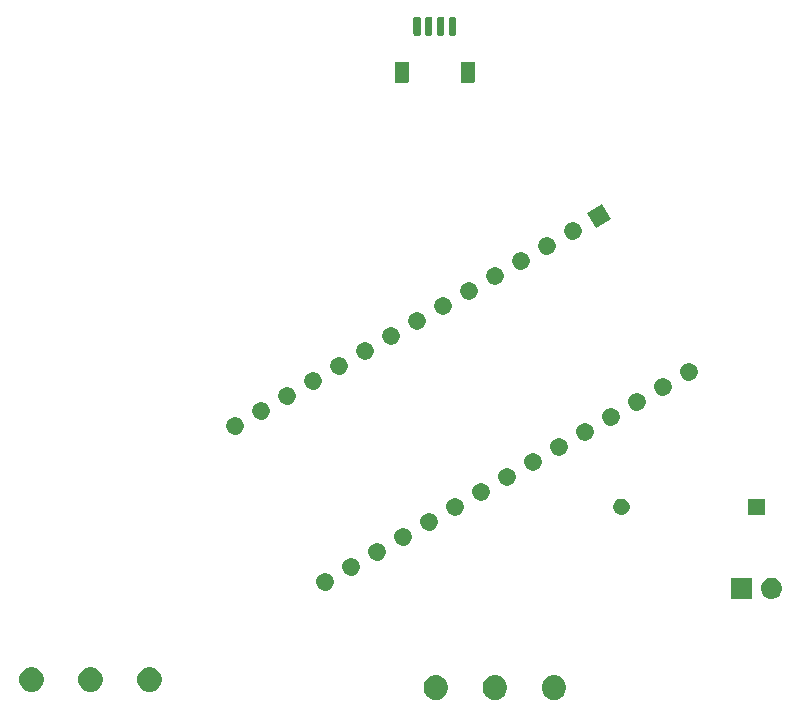
<source format=gbr>
%TF.GenerationSoftware,Flux,Pcbnew,9.0.6-9.0.6~ubuntu22.04.1*%
%TF.CreationDate,2026-01-08T03:09:02+00:00*%
%TF.ProjectId,input,696e7075-742e-46b6-9963-61645f706362,rev?*%
%TF.SameCoordinates,Original*%
%TF.FileFunction,Soldermask,Bot*%
%TF.FilePolarity,Negative*%
%FSLAX46Y46*%
G04 Gerber Fmt 4.6, Leading zero omitted, Abs format (unit mm)*
G04 Filename: pegjumpinggamepcb-179b*
G04 Build it with Flux! Visit our site at: https://www.flux.ai (PCBNEW 9.0.6-9.0.6~ubuntu22.04.1) date 2026-01-08 03:09:02*
%MOMM*%
%LPD*%
G01*
G04 APERTURE LIST*
%ADD10C,0.000000*%
G04 APERTURE END LIST*
D10*
%TO.C,*%
G36*
X496909715Y-190496208D02*
G01*
X497113185Y-190613682D01*
X497279318Y-190779815D01*
X497396792Y-190983285D01*
X497457600Y-191210226D01*
X497457600Y-191445174D01*
X497396792Y-191672115D01*
X497279318Y-191875585D01*
X497113185Y-192041718D01*
X496909715Y-192159192D01*
X496682774Y-192220000D01*
X496447826Y-192220000D01*
X496220885Y-192159192D01*
X496017415Y-192041718D01*
X495851282Y-191875585D01*
X495733808Y-191672115D01*
X495673000Y-191445174D01*
X495673000Y-191210226D01*
X495733808Y-190983285D01*
X495851282Y-190779815D01*
X496017415Y-190613682D01*
X496220885Y-190496208D01*
X496447826Y-190435400D01*
X496682774Y-190435400D01*
X496909715Y-190496208D01*
G37*
G36*
X494925300Y-192227700D02*
G01*
X493125300Y-192227700D01*
X493125300Y-190427700D01*
X494925300Y-190427700D01*
X494925300Y-192227700D01*
G37*
G36*
X483001265Y-160080516D02*
G01*
X481681441Y-160842514D01*
X480919443Y-159522690D01*
X482239267Y-158760692D01*
X483001265Y-160080516D01*
G37*
G36*
X455855484Y-174337569D02*
G01*
X456027755Y-174437031D01*
X456168414Y-174577690D01*
X456267874Y-174749961D01*
X456319359Y-174942105D01*
X456319359Y-175141027D01*
X456267874Y-175333171D01*
X456168412Y-175505442D01*
X456027753Y-175646101D01*
X455855481Y-175745562D01*
X455663338Y-175797046D01*
X455464416Y-175797046D01*
X455272272Y-175745561D01*
X455100001Y-175646100D01*
X454959342Y-175505441D01*
X454859881Y-175333169D01*
X454808397Y-175141025D01*
X454808397Y-174942103D01*
X454859882Y-174749959D01*
X454959343Y-174577688D01*
X455100002Y-174437029D01*
X455272274Y-174337569D01*
X455464418Y-174286084D01*
X455663340Y-174286084D01*
X455855484Y-174337569D01*
G37*
G36*
X461275758Y-188805804D02*
G01*
X461448030Y-188905266D01*
X461588688Y-189045925D01*
X461688149Y-189218196D01*
X461739634Y-189410340D01*
X461739633Y-189609262D01*
X461688148Y-189801406D01*
X461588687Y-189973677D01*
X461448028Y-190114336D01*
X461275756Y-190213797D01*
X461083612Y-190265281D01*
X460884690Y-190265281D01*
X460692547Y-190213796D01*
X460520275Y-190114335D01*
X460379617Y-189973676D01*
X460280156Y-189801404D01*
X460228671Y-189609260D01*
X460228672Y-189410338D01*
X460280157Y-189218194D01*
X460379618Y-189045923D01*
X460520277Y-188905264D01*
X460692549Y-188805804D01*
X460884693Y-188754319D01*
X461083615Y-188754319D01*
X461275758Y-188805804D01*
G37*
G36*
X465483027Y-186214326D02*
G01*
X465675171Y-186265811D01*
X465847442Y-186365272D01*
X465988101Y-186505931D01*
X466087562Y-186678203D01*
X466139046Y-186870347D01*
X466139046Y-187069268D01*
X466087561Y-187261412D01*
X465988100Y-187433684D01*
X465847441Y-187574342D01*
X465675169Y-187673803D01*
X465483025Y-187725288D01*
X465284103Y-187725287D01*
X465091959Y-187673802D01*
X464919688Y-187574341D01*
X464779029Y-187433682D01*
X464679569Y-187261410D01*
X464628084Y-187069266D01*
X464628084Y-186870344D01*
X464679569Y-186678201D01*
X464779031Y-186505929D01*
X464919690Y-186365271D01*
X465091961Y-186265810D01*
X465284105Y-186214325D01*
X465483027Y-186214326D01*
G37*
G36*
X462454603Y-170527579D02*
G01*
X462626874Y-170627040D01*
X462767533Y-170767699D01*
X462866993Y-170939971D01*
X462918478Y-171132115D01*
X462918478Y-171331037D01*
X462866993Y-171523180D01*
X462767531Y-171695452D01*
X462626872Y-171836111D01*
X462454601Y-171935571D01*
X462262457Y-171987056D01*
X462063535Y-171987056D01*
X461871391Y-171935570D01*
X461699120Y-171836109D01*
X461558461Y-171695450D01*
X461459000Y-171523178D01*
X461407516Y-171331035D01*
X461407516Y-171132113D01*
X461459001Y-170939969D01*
X461558462Y-170767698D01*
X461699121Y-170627039D01*
X461871393Y-170527578D01*
X462063537Y-170476094D01*
X462262459Y-170476094D01*
X462454603Y-170527579D01*
G37*
G36*
X459076052Y-190075801D02*
G01*
X459248323Y-190175262D01*
X459388982Y-190315922D01*
X459488443Y-190488193D01*
X459539927Y-190680337D01*
X459539927Y-190879259D01*
X459488442Y-191071403D01*
X459388981Y-191243674D01*
X459248322Y-191384333D01*
X459076050Y-191483794D01*
X458883906Y-191535278D01*
X458684984Y-191535278D01*
X458492840Y-191483793D01*
X458320569Y-191384332D01*
X458179910Y-191243672D01*
X458080450Y-191071401D01*
X458028965Y-190879257D01*
X458028965Y-190680335D01*
X458080450Y-190488191D01*
X458179912Y-190315920D01*
X458320571Y-190175261D01*
X458492842Y-190075800D01*
X458684986Y-190024316D01*
X458883908Y-190024316D01*
X459076052Y-190075801D01*
G37*
G36*
X466854015Y-167987585D02*
G01*
X467026287Y-168087046D01*
X467166945Y-168227706D01*
X467266406Y-168399977D01*
X467317891Y-168592121D01*
X467317890Y-168791043D01*
X467266405Y-168983187D01*
X467166944Y-169155458D01*
X467026285Y-169296117D01*
X466854013Y-169395578D01*
X466661869Y-169447062D01*
X466462947Y-169447062D01*
X466270804Y-169395577D01*
X466098532Y-169296116D01*
X465957874Y-169155456D01*
X465858413Y-168983185D01*
X465806928Y-168791041D01*
X465806929Y-168592119D01*
X465858414Y-168399975D01*
X465957875Y-168227704D01*
X466098534Y-168087045D01*
X466270806Y-167987584D01*
X466462950Y-167936100D01*
X466661871Y-167936100D01*
X466854015Y-167987585D01*
G37*
G36*
X460062752Y-171746091D02*
G01*
X460254896Y-171797576D01*
X460427167Y-171897037D01*
X460567826Y-172037696D01*
X460667287Y-172209968D01*
X460718772Y-172402112D01*
X460718771Y-172601034D01*
X460667286Y-172793177D01*
X460567825Y-172965449D01*
X460427166Y-173106107D01*
X460254894Y-173205568D01*
X460062750Y-173257053D01*
X459863828Y-173257052D01*
X459671685Y-173205567D01*
X459499413Y-173106106D01*
X459358755Y-172965447D01*
X459259294Y-172793175D01*
X459207809Y-172601031D01*
X459207810Y-172402110D01*
X459259295Y-172209966D01*
X459358756Y-172037694D01*
X459499415Y-171897036D01*
X459671687Y-171797575D01*
X459863831Y-171746090D01*
X460062752Y-171746091D01*
G37*
G36*
X469053722Y-166717588D02*
G01*
X469225993Y-166817050D01*
X469366652Y-166957709D01*
X469466112Y-167129980D01*
X469517597Y-167322124D01*
X469517597Y-167521046D01*
X469466112Y-167713190D01*
X469366650Y-167885461D01*
X469225991Y-168026120D01*
X469053720Y-168125581D01*
X468861576Y-168177065D01*
X468662654Y-168177065D01*
X468470510Y-168125580D01*
X468298239Y-168026119D01*
X468157580Y-167885459D01*
X468058119Y-167713188D01*
X468006635Y-167521044D01*
X468006635Y-167322122D01*
X468058120Y-167129978D01*
X468157581Y-166957707D01*
X468298240Y-166817048D01*
X468470512Y-166717588D01*
X468662656Y-166666103D01*
X468861578Y-166666103D01*
X469053722Y-166717588D01*
G37*
G36*
X485472528Y-174835839D02*
G01*
X485644799Y-174935300D01*
X485785458Y-175075959D01*
X485884919Y-175248231D01*
X485936403Y-175440375D01*
X485936403Y-175639297D01*
X485884918Y-175831441D01*
X485785457Y-176003712D01*
X485644798Y-176144371D01*
X485472526Y-176243831D01*
X485280382Y-176295316D01*
X485081460Y-176295316D01*
X484889316Y-176243831D01*
X484717045Y-176144369D01*
X484576386Y-176003710D01*
X484476926Y-175831439D01*
X484425441Y-175639295D01*
X484425441Y-175440373D01*
X484476926Y-175248229D01*
X484576388Y-175075958D01*
X484717047Y-174935299D01*
X484889319Y-174835838D01*
X485081462Y-174784354D01*
X485280384Y-174784354D01*
X485472528Y-174835839D01*
G37*
G36*
X464654309Y-169257582D02*
G01*
X464826580Y-169357043D01*
X464967239Y-169497702D01*
X465066700Y-169669974D01*
X465118184Y-169862118D01*
X465118184Y-170061040D01*
X465066699Y-170253184D01*
X464967238Y-170425455D01*
X464826578Y-170566114D01*
X464654307Y-170665574D01*
X464462163Y-170717059D01*
X464263241Y-170717059D01*
X464071097Y-170665574D01*
X463898826Y-170566112D01*
X463758167Y-170425453D01*
X463658706Y-170253182D01*
X463607222Y-170061038D01*
X463607222Y-169862116D01*
X463658707Y-169669972D01*
X463758169Y-169497701D01*
X463898828Y-169357042D01*
X464071099Y-169257581D01*
X464263243Y-169206097D01*
X464462165Y-169206097D01*
X464654309Y-169257582D01*
G37*
G36*
X480052253Y-160367604D02*
G01*
X480224525Y-160467065D01*
X480365183Y-160607724D01*
X480464644Y-160779996D01*
X480516129Y-160972140D01*
X480516128Y-161171062D01*
X480464643Y-161363206D01*
X480365182Y-161535477D01*
X480224523Y-161676136D01*
X480052251Y-161775596D01*
X479860107Y-161827081D01*
X479661185Y-161827081D01*
X479469042Y-161775596D01*
X479296770Y-161676134D01*
X479156112Y-161535475D01*
X479056651Y-161363204D01*
X479005166Y-161171060D01*
X479005167Y-160972138D01*
X479056652Y-160779994D01*
X479156113Y-160607723D01*
X479296772Y-160467064D01*
X479469044Y-160367603D01*
X479661188Y-160316119D01*
X479860110Y-160316119D01*
X480052253Y-160367604D01*
G37*
G36*
X473260990Y-164126110D02*
G01*
X473453134Y-164177595D01*
X473625406Y-164277056D01*
X473766064Y-164417715D01*
X473865525Y-164589987D01*
X473917010Y-164782131D01*
X473917009Y-164981052D01*
X473865524Y-165173196D01*
X473766063Y-165345467D01*
X473625404Y-165486126D01*
X473453132Y-165585587D01*
X473260988Y-165637072D01*
X473062066Y-165637071D01*
X472869923Y-165585586D01*
X472697651Y-165486125D01*
X472556993Y-165345466D01*
X472457532Y-165173194D01*
X472406047Y-164981050D01*
X472406048Y-164782128D01*
X472457533Y-164589985D01*
X472556994Y-164417713D01*
X472697653Y-164277055D01*
X472869925Y-164177594D01*
X473062069Y-164126109D01*
X473260990Y-164126110D01*
G37*
G36*
X489871941Y-172295845D02*
G01*
X490044212Y-172395306D01*
X490184871Y-172535966D01*
X490284332Y-172708237D01*
X490335816Y-172900381D01*
X490335816Y-173099303D01*
X490284331Y-173291447D01*
X490184870Y-173463718D01*
X490044210Y-173604377D01*
X489871939Y-173703838D01*
X489679795Y-173755322D01*
X489480873Y-173755322D01*
X489288729Y-173703837D01*
X489116458Y-173604376D01*
X488975799Y-173463716D01*
X488876338Y-173291445D01*
X488824854Y-173099301D01*
X488824854Y-172900379D01*
X488876339Y-172708235D01*
X488975800Y-172535964D01*
X489116460Y-172395305D01*
X489288731Y-172295844D01*
X489480875Y-172244360D01*
X489679797Y-172244360D01*
X489871941Y-172295845D01*
G37*
G36*
X453655777Y-175607566D02*
G01*
X453828048Y-175707028D01*
X453968707Y-175847687D01*
X454068168Y-176019958D01*
X454119653Y-176212102D01*
X454119652Y-176411024D01*
X454068167Y-176603168D01*
X453968706Y-176775439D01*
X453828047Y-176916098D01*
X453655775Y-177015559D01*
X453463631Y-177067043D01*
X453264709Y-177067043D01*
X453072566Y-177015558D01*
X452900294Y-176916097D01*
X452759635Y-176775437D01*
X452660175Y-176603166D01*
X452608690Y-176411022D01*
X452608691Y-176212100D01*
X452660176Y-176019956D01*
X452759637Y-175847685D01*
X452900296Y-175707026D01*
X453072568Y-175607565D01*
X453264712Y-175556081D01*
X453463633Y-175556081D01*
X453655777Y-175607566D01*
G37*
G36*
X487672234Y-173565842D02*
G01*
X487844506Y-173665303D01*
X487985165Y-173805963D01*
X488084625Y-173978234D01*
X488136110Y-174170378D01*
X488136109Y-174369300D01*
X488084624Y-174561444D01*
X487985163Y-174733715D01*
X487844504Y-174874374D01*
X487672232Y-174973835D01*
X487480088Y-175025319D01*
X487281167Y-175025319D01*
X487089023Y-174973834D01*
X486916752Y-174874372D01*
X486776093Y-174733713D01*
X486676632Y-174561442D01*
X486625147Y-174369298D01*
X486625148Y-174170376D01*
X486676633Y-173978232D01*
X486776094Y-173805961D01*
X486916753Y-173665302D01*
X487089025Y-173565841D01*
X487281169Y-173514357D01*
X487480091Y-173514357D01*
X487672234Y-173565842D01*
G37*
G36*
X457863046Y-173016088D02*
G01*
X458055190Y-173067573D01*
X458227461Y-173167034D01*
X458368120Y-173307693D01*
X458467581Y-173479965D01*
X458519065Y-173672109D01*
X458519065Y-173871030D01*
X458467580Y-174063174D01*
X458368119Y-174235445D01*
X458227459Y-174376104D01*
X458055188Y-174475565D01*
X457863044Y-174527050D01*
X457664122Y-174527049D01*
X457471978Y-174475564D01*
X457299707Y-174376103D01*
X457159048Y-174235444D01*
X457059587Y-174063172D01*
X457008103Y-173871028D01*
X457008103Y-173672106D01*
X457059588Y-173479963D01*
X457159049Y-173307691D01*
X457299709Y-173167032D01*
X457471980Y-173067572D01*
X457664124Y-173016087D01*
X457863046Y-173016088D01*
G37*
G36*
X483080678Y-176054351D02*
G01*
X483272822Y-176105836D01*
X483445093Y-176205297D01*
X483585752Y-176345956D01*
X483685213Y-176518228D01*
X483736697Y-176710372D01*
X483736697Y-176909294D01*
X483685212Y-177101437D01*
X483585751Y-177273709D01*
X483445091Y-177414368D01*
X483272820Y-177513828D01*
X483080676Y-177565313D01*
X482881754Y-177565312D01*
X482689610Y-177513827D01*
X482517339Y-177414366D01*
X482376680Y-177273707D01*
X482277219Y-177101435D01*
X482225735Y-176909291D01*
X482225735Y-176710370D01*
X482277220Y-176518226D01*
X482376681Y-176345955D01*
X482517341Y-176205296D01*
X482689612Y-176105835D01*
X482881756Y-176054350D01*
X483080678Y-176054351D01*
G37*
G36*
X474473996Y-181185823D02*
G01*
X474646268Y-181285284D01*
X474786926Y-181425944D01*
X474886387Y-181598215D01*
X474937872Y-181790359D01*
X474937871Y-181989281D01*
X474886386Y-182181425D01*
X474786925Y-182353696D01*
X474646266Y-182494355D01*
X474473994Y-182593816D01*
X474281850Y-182645300D01*
X474082929Y-182645300D01*
X473890785Y-182593815D01*
X473718513Y-182494354D01*
X473577855Y-182353694D01*
X473478394Y-182181423D01*
X473426909Y-181989279D01*
X473426910Y-181790357D01*
X473478395Y-181598213D01*
X473577856Y-181425942D01*
X473718515Y-181285283D01*
X473890787Y-181185822D01*
X474082931Y-181134338D01*
X474281853Y-181134338D01*
X474473996Y-181185823D01*
G37*
G36*
X451456071Y-176877563D02*
G01*
X451628342Y-176977024D01*
X451769001Y-177117684D01*
X451868462Y-177289955D01*
X451919946Y-177482099D01*
X451919946Y-177681021D01*
X451868461Y-177873165D01*
X451769000Y-178045436D01*
X451628340Y-178186095D01*
X451456069Y-178285556D01*
X451263925Y-178337040D01*
X451065003Y-178337040D01*
X450872859Y-178285555D01*
X450700588Y-178186094D01*
X450559929Y-178045434D01*
X450460468Y-177873163D01*
X450408984Y-177681019D01*
X450408984Y-177482097D01*
X450460469Y-177289953D01*
X450559930Y-177117682D01*
X450700590Y-176977023D01*
X450872861Y-176877562D01*
X451065005Y-176826078D01*
X451263927Y-176826078D01*
X451456071Y-176877563D01*
G37*
G36*
X471253428Y-165447591D02*
G01*
X471425699Y-165547053D01*
X471566358Y-165687712D01*
X471665819Y-165859983D01*
X471717303Y-166052127D01*
X471717303Y-166251049D01*
X471665818Y-166443193D01*
X471566357Y-166615464D01*
X471425697Y-166756123D01*
X471253426Y-166855584D01*
X471061282Y-166907068D01*
X470862360Y-166907068D01*
X470670216Y-166855583D01*
X470497945Y-166756122D01*
X470357286Y-166615463D01*
X470257825Y-166443191D01*
X470206341Y-166251047D01*
X470206341Y-166052125D01*
X470257826Y-165859981D01*
X470357288Y-165687710D01*
X470497947Y-165547051D01*
X470670218Y-165447591D01*
X470862362Y-165396106D01*
X471061284Y-165396106D01*
X471253428Y-165447591D01*
G37*
G36*
X477852547Y-161637601D02*
G01*
X478024818Y-161737062D01*
X478165477Y-161877721D01*
X478264938Y-162049993D01*
X478316422Y-162242137D01*
X478316422Y-162441059D01*
X478264937Y-162633202D01*
X478165476Y-162805474D01*
X478024816Y-162946133D01*
X477852545Y-163045593D01*
X477660401Y-163097078D01*
X477461479Y-163097078D01*
X477269335Y-163045592D01*
X477097064Y-162946131D01*
X476956405Y-162805472D01*
X476856945Y-162633200D01*
X476805460Y-162441057D01*
X476805460Y-162242135D01*
X476856945Y-162049991D01*
X476956407Y-161877720D01*
X477097066Y-161737061D01*
X477269337Y-161637600D01*
X477461481Y-161586116D01*
X477660403Y-161586116D01*
X477852547Y-161637601D01*
G37*
G36*
X475460697Y-162856113D02*
G01*
X475652841Y-162907598D01*
X475825112Y-163007059D01*
X475965771Y-163147718D01*
X476065231Y-163319990D01*
X476116716Y-163512134D01*
X476116716Y-163711056D01*
X476065231Y-163903199D01*
X475965769Y-164075471D01*
X475825110Y-164216129D01*
X475652839Y-164315590D01*
X475460695Y-164367075D01*
X475261773Y-164367074D01*
X475069629Y-164315589D01*
X474897358Y-164216128D01*
X474756699Y-164075469D01*
X474657238Y-163903197D01*
X474605754Y-163711053D01*
X474605754Y-163512132D01*
X474657239Y-163319988D01*
X474756700Y-163147716D01*
X474897359Y-163007058D01*
X475069631Y-162907597D01*
X475261775Y-162856112D01*
X475460697Y-162856113D01*
G37*
G36*
X476673703Y-179915826D02*
G01*
X476845974Y-180015288D01*
X476986633Y-180155947D01*
X477086094Y-180328218D01*
X477137578Y-180520362D01*
X477137578Y-180719284D01*
X477086093Y-180911428D01*
X476986631Y-181083699D01*
X476845972Y-181224358D01*
X476673701Y-181323819D01*
X476481557Y-181375303D01*
X476282635Y-181375303D01*
X476090491Y-181323818D01*
X475918220Y-181224357D01*
X475777561Y-181083698D01*
X475678100Y-180911426D01*
X475626616Y-180719282D01*
X475626616Y-180520360D01*
X475678101Y-180328216D01*
X475777562Y-180155945D01*
X475918222Y-180015286D01*
X476090493Y-179915826D01*
X476282637Y-179864341D01*
X476481559Y-179864341D01*
X476673703Y-179915826D01*
G37*
G36*
X472274290Y-182455820D02*
G01*
X472446561Y-182555281D01*
X472587220Y-182695941D01*
X472686681Y-182868212D01*
X472738165Y-183060356D01*
X472738165Y-183259278D01*
X472686680Y-183451422D01*
X472587219Y-183623693D01*
X472446560Y-183764352D01*
X472274288Y-183863812D01*
X472082144Y-183915297D01*
X471883222Y-183915297D01*
X471691078Y-183863812D01*
X471518807Y-183764350D01*
X471378148Y-183623691D01*
X471278688Y-183451420D01*
X471227203Y-183259276D01*
X471227203Y-183060354D01*
X471278688Y-182868210D01*
X471378150Y-182695939D01*
X471518809Y-182555280D01*
X471691080Y-182455819D01*
X471883224Y-182404335D01*
X472082146Y-182404335D01*
X472274290Y-182455820D01*
G37*
G36*
X478873409Y-178645830D02*
G01*
X479045680Y-178745291D01*
X479186339Y-178885950D01*
X479285800Y-179058222D01*
X479337284Y-179250365D01*
X479337284Y-179449287D01*
X479285799Y-179641431D01*
X479186338Y-179813702D01*
X479045679Y-179954361D01*
X478873407Y-180053822D01*
X478681263Y-180105306D01*
X478482341Y-180105306D01*
X478290197Y-180053821D01*
X478117926Y-179954360D01*
X477977267Y-179813701D01*
X477877807Y-179641429D01*
X477826322Y-179449285D01*
X477826322Y-179250363D01*
X477877807Y-179058220D01*
X477977269Y-178885948D01*
X478117928Y-178745289D01*
X478290199Y-178645829D01*
X478482343Y-178594344D01*
X478681265Y-178594344D01*
X478873409Y-178645830D01*
G37*
G36*
X467682734Y-184944329D02*
G01*
X467874877Y-184995814D01*
X468047149Y-185095275D01*
X468187807Y-185235934D01*
X468287268Y-185408206D01*
X468338753Y-185600350D01*
X468338752Y-185799272D01*
X468287267Y-185991415D01*
X468187806Y-186163687D01*
X468047147Y-186304345D01*
X467874875Y-186403806D01*
X467682731Y-186455291D01*
X467483810Y-186455290D01*
X467291666Y-186403805D01*
X467119394Y-186304344D01*
X466978736Y-186163685D01*
X466879275Y-185991413D01*
X466827790Y-185799269D01*
X466827791Y-185600348D01*
X466879276Y-185408204D01*
X466978737Y-185235933D01*
X467119396Y-185095274D01*
X467291668Y-184995813D01*
X467483812Y-184944328D01*
X467682734Y-184944329D01*
G37*
G36*
X470074584Y-183725817D02*
G01*
X470246855Y-183825278D01*
X470387514Y-183965937D01*
X470486975Y-184138209D01*
X470538459Y-184330353D01*
X470538459Y-184529275D01*
X470486974Y-184721419D01*
X470387512Y-184893690D01*
X470246853Y-185034349D01*
X470074582Y-185133809D01*
X469882438Y-185185294D01*
X469683516Y-185185294D01*
X469491372Y-185133809D01*
X469319101Y-185034347D01*
X469178442Y-184893688D01*
X469078981Y-184721417D01*
X469027497Y-184529273D01*
X469027497Y-184330351D01*
X469078982Y-184138207D01*
X469178443Y-183965936D01*
X469319103Y-183825277D01*
X469491374Y-183725816D01*
X469683518Y-183674332D01*
X469882440Y-183674332D01*
X470074584Y-183725817D01*
G37*
G36*
X463475465Y-187535808D02*
G01*
X463647736Y-187635269D01*
X463788395Y-187775928D01*
X463887855Y-187948200D01*
X463939340Y-188140343D01*
X463939340Y-188339265D01*
X463887855Y-188531409D01*
X463788393Y-188703680D01*
X463647734Y-188844339D01*
X463475463Y-188943800D01*
X463283319Y-188995284D01*
X463084397Y-188995284D01*
X462892253Y-188943799D01*
X462719982Y-188844338D01*
X462579323Y-188703679D01*
X462479862Y-188531407D01*
X462428378Y-188339263D01*
X462428378Y-188140341D01*
X462479863Y-187948198D01*
X462579324Y-187775926D01*
X462719984Y-187635267D01*
X462892255Y-187535807D01*
X463084399Y-187484322D01*
X463283321Y-187484322D01*
X463475465Y-187535808D01*
G37*
G36*
X480880972Y-177324348D02*
G01*
X481073115Y-177375833D01*
X481245387Y-177475294D01*
X481386045Y-177615953D01*
X481485506Y-177788225D01*
X481536991Y-177980369D01*
X481536990Y-178179290D01*
X481485505Y-178371434D01*
X481386044Y-178543706D01*
X481245385Y-178684364D01*
X481073113Y-178783825D01*
X480880969Y-178835310D01*
X480682048Y-178835309D01*
X480489904Y-178783824D01*
X480317633Y-178684363D01*
X480176974Y-178543704D01*
X480077513Y-178371432D01*
X480026028Y-178179288D01*
X480026029Y-177980366D01*
X480077514Y-177788223D01*
X480176975Y-177615951D01*
X480317634Y-177475293D01*
X480489906Y-177375832D01*
X480682050Y-177324347D01*
X480880972Y-177324348D01*
G37*
G36*
X495993802Y-183731302D02*
G01*
X495993798Y-185128302D01*
X494596798Y-185128298D01*
X494596802Y-183731298D01*
X495993802Y-183731302D01*
G37*
G36*
X483956474Y-183737246D02*
G01*
X484132606Y-183784441D01*
X484290521Y-183875613D01*
X484419458Y-184004551D01*
X484510631Y-184162467D01*
X484557824Y-184338599D01*
X484557824Y-184520944D01*
X484510629Y-184697076D01*
X484419456Y-184854991D01*
X484290518Y-184983928D01*
X484132603Y-185075100D01*
X483956471Y-185122294D01*
X483774126Y-185122294D01*
X483597994Y-185075099D01*
X483440079Y-184983926D01*
X483311142Y-184854988D01*
X483219969Y-184697072D01*
X483172776Y-184520940D01*
X483172776Y-184338595D01*
X483219971Y-184162464D01*
X483311144Y-184004548D01*
X483440082Y-183875611D01*
X483597997Y-183784439D01*
X483774129Y-183737245D01*
X483956474Y-183737246D01*
G37*
G36*
X467750002Y-142978162D02*
G01*
X467753800Y-142978349D01*
X467757590Y-142978660D01*
X467761367Y-142979094D01*
X467765128Y-142979652D01*
X467768869Y-142980333D01*
X467772586Y-142981135D01*
X467776275Y-142982059D01*
X467779931Y-142983104D01*
X467783551Y-142984267D01*
X467787131Y-142985548D01*
X467790668Y-142986945D01*
X467794157Y-142988458D01*
X467797594Y-142990083D01*
X467800976Y-142991821D01*
X467804300Y-142993668D01*
X467807561Y-142995623D01*
X467810757Y-142997683D01*
X467813884Y-142999847D01*
X467816938Y-143002112D01*
X467819916Y-143004476D01*
X467822816Y-143006936D01*
X467825633Y-143009490D01*
X467828366Y-143012134D01*
X467831010Y-143014867D01*
X467833564Y-143017684D01*
X467836024Y-143020584D01*
X467838388Y-143023562D01*
X467840653Y-143026616D01*
X467842817Y-143029743D01*
X467844877Y-143032939D01*
X467846832Y-143036200D01*
X467848679Y-143039524D01*
X467850417Y-143042906D01*
X467852042Y-143046343D01*
X467853555Y-143049832D01*
X467854952Y-143053369D01*
X467856233Y-143056949D01*
X467857396Y-143060569D01*
X467858441Y-143064225D01*
X467859365Y-143067914D01*
X467860167Y-143071631D01*
X467860848Y-143075372D01*
X467861406Y-143079133D01*
X467861840Y-143082910D01*
X467862151Y-143086700D01*
X467862338Y-143090498D01*
X467862400Y-143094300D01*
X467862400Y-144411900D01*
X467862338Y-144415702D01*
X467862151Y-144419500D01*
X467861840Y-144423290D01*
X467861406Y-144427067D01*
X467860848Y-144430828D01*
X467860167Y-144434569D01*
X467859365Y-144438286D01*
X467858441Y-144441975D01*
X467857396Y-144445631D01*
X467856233Y-144449251D01*
X467854952Y-144452831D01*
X467853555Y-144456368D01*
X467852042Y-144459857D01*
X467850417Y-144463294D01*
X467848679Y-144466676D01*
X467846832Y-144470000D01*
X467844877Y-144473261D01*
X467842817Y-144476457D01*
X467840653Y-144479584D01*
X467838388Y-144482638D01*
X467836024Y-144485616D01*
X467833564Y-144488516D01*
X467831010Y-144491333D01*
X467828366Y-144494066D01*
X467825633Y-144496710D01*
X467822816Y-144499264D01*
X467819916Y-144501724D01*
X467816938Y-144504088D01*
X467813884Y-144506353D01*
X467810757Y-144508517D01*
X467807561Y-144510577D01*
X467804300Y-144512532D01*
X467800976Y-144514379D01*
X467797594Y-144516117D01*
X467794157Y-144517742D01*
X467790668Y-144519255D01*
X467787131Y-144520652D01*
X467783551Y-144521933D01*
X467779931Y-144523096D01*
X467776275Y-144524141D01*
X467772586Y-144525065D01*
X467768869Y-144525867D01*
X467765128Y-144526548D01*
X467761367Y-144527106D01*
X467757590Y-144527540D01*
X467753800Y-144527851D01*
X467750002Y-144528038D01*
X467746200Y-144528100D01*
X467378600Y-144528100D01*
X467374798Y-144528038D01*
X467371000Y-144527851D01*
X467367210Y-144527540D01*
X467363433Y-144527106D01*
X467359672Y-144526548D01*
X467355931Y-144525867D01*
X467352214Y-144525065D01*
X467348525Y-144524141D01*
X467344869Y-144523096D01*
X467341249Y-144521933D01*
X467337669Y-144520652D01*
X467334132Y-144519255D01*
X467330643Y-144517742D01*
X467327206Y-144516117D01*
X467323824Y-144514379D01*
X467320500Y-144512532D01*
X467317239Y-144510577D01*
X467314043Y-144508517D01*
X467310916Y-144506353D01*
X467307862Y-144504088D01*
X467304884Y-144501724D01*
X467301984Y-144499264D01*
X467299167Y-144496710D01*
X467296434Y-144494066D01*
X467293790Y-144491333D01*
X467291236Y-144488516D01*
X467288776Y-144485616D01*
X467286412Y-144482638D01*
X467284147Y-144479584D01*
X467281983Y-144476457D01*
X467279923Y-144473261D01*
X467277968Y-144470000D01*
X467276121Y-144466676D01*
X467274383Y-144463294D01*
X467272758Y-144459857D01*
X467271245Y-144456368D01*
X467269848Y-144452831D01*
X467268567Y-144449251D01*
X467267404Y-144445631D01*
X467266359Y-144441975D01*
X467265435Y-144438286D01*
X467264633Y-144434569D01*
X467263952Y-144430828D01*
X467263394Y-144427067D01*
X467262960Y-144423290D01*
X467262649Y-144419500D01*
X467262462Y-144415702D01*
X467262400Y-144411900D01*
X467262400Y-143094300D01*
X467262462Y-143090498D01*
X467262649Y-143086700D01*
X467262960Y-143082910D01*
X467263394Y-143079133D01*
X467263952Y-143075372D01*
X467264633Y-143071631D01*
X467265435Y-143067914D01*
X467266359Y-143064225D01*
X467267404Y-143060569D01*
X467268567Y-143056949D01*
X467269848Y-143053369D01*
X467271245Y-143049832D01*
X467272758Y-143046343D01*
X467274383Y-143042906D01*
X467276121Y-143039524D01*
X467277968Y-143036200D01*
X467279923Y-143032939D01*
X467281983Y-143029743D01*
X467284147Y-143026616D01*
X467286412Y-143023562D01*
X467288776Y-143020584D01*
X467291236Y-143017684D01*
X467293790Y-143014867D01*
X467296434Y-143012134D01*
X467299167Y-143009490D01*
X467301984Y-143006936D01*
X467304884Y-143004476D01*
X467307862Y-143002112D01*
X467310916Y-142999847D01*
X467314043Y-142997683D01*
X467317239Y-142995623D01*
X467320500Y-142993668D01*
X467323824Y-142991821D01*
X467327206Y-142990083D01*
X467330643Y-142988458D01*
X467334132Y-142986945D01*
X467337669Y-142985548D01*
X467341249Y-142984267D01*
X467344869Y-142983104D01*
X467348525Y-142982059D01*
X467352214Y-142981135D01*
X467355931Y-142980333D01*
X467359672Y-142979652D01*
X467363433Y-142979094D01*
X467367210Y-142978660D01*
X467371000Y-142978349D01*
X467374798Y-142978162D01*
X467378600Y-142978100D01*
X467746200Y-142978100D01*
X467750002Y-142978162D01*
G37*
G36*
X469750002Y-142978162D02*
G01*
X469753800Y-142978349D01*
X469757590Y-142978660D01*
X469761367Y-142979094D01*
X469765128Y-142979652D01*
X469768869Y-142980333D01*
X469772586Y-142981135D01*
X469776275Y-142982059D01*
X469779931Y-142983104D01*
X469783551Y-142984267D01*
X469787131Y-142985548D01*
X469790668Y-142986945D01*
X469794157Y-142988458D01*
X469797594Y-142990083D01*
X469800976Y-142991821D01*
X469804300Y-142993668D01*
X469807561Y-142995623D01*
X469810757Y-142997683D01*
X469813884Y-142999847D01*
X469816938Y-143002112D01*
X469819916Y-143004476D01*
X469822816Y-143006936D01*
X469825633Y-143009490D01*
X469828366Y-143012134D01*
X469831010Y-143014867D01*
X469833564Y-143017684D01*
X469836024Y-143020584D01*
X469838388Y-143023562D01*
X469840653Y-143026616D01*
X469842817Y-143029743D01*
X469844877Y-143032939D01*
X469846832Y-143036200D01*
X469848679Y-143039524D01*
X469850417Y-143042906D01*
X469852042Y-143046343D01*
X469853555Y-143049832D01*
X469854952Y-143053369D01*
X469856233Y-143056949D01*
X469857396Y-143060569D01*
X469858441Y-143064225D01*
X469859365Y-143067914D01*
X469860167Y-143071631D01*
X469860848Y-143075372D01*
X469861406Y-143079133D01*
X469861840Y-143082910D01*
X469862151Y-143086700D01*
X469862338Y-143090498D01*
X469862400Y-143094300D01*
X469862400Y-144411900D01*
X469862338Y-144415702D01*
X469862151Y-144419500D01*
X469861840Y-144423290D01*
X469861406Y-144427067D01*
X469860848Y-144430828D01*
X469860167Y-144434569D01*
X469859365Y-144438286D01*
X469858441Y-144441975D01*
X469857396Y-144445631D01*
X469856233Y-144449251D01*
X469854952Y-144452831D01*
X469853555Y-144456368D01*
X469852042Y-144459857D01*
X469850417Y-144463294D01*
X469848679Y-144466676D01*
X469846832Y-144470000D01*
X469844877Y-144473261D01*
X469842817Y-144476457D01*
X469840653Y-144479584D01*
X469838388Y-144482638D01*
X469836024Y-144485616D01*
X469833564Y-144488516D01*
X469831010Y-144491333D01*
X469828366Y-144494066D01*
X469825633Y-144496710D01*
X469822816Y-144499264D01*
X469819916Y-144501724D01*
X469816938Y-144504088D01*
X469813884Y-144506353D01*
X469810757Y-144508517D01*
X469807561Y-144510577D01*
X469804300Y-144512532D01*
X469800976Y-144514379D01*
X469797594Y-144516117D01*
X469794157Y-144517742D01*
X469790668Y-144519255D01*
X469787131Y-144520652D01*
X469783551Y-144521933D01*
X469779931Y-144523096D01*
X469776275Y-144524141D01*
X469772586Y-144525065D01*
X469768869Y-144525867D01*
X469765128Y-144526548D01*
X469761367Y-144527106D01*
X469757590Y-144527540D01*
X469753800Y-144527851D01*
X469750002Y-144528038D01*
X469746200Y-144528100D01*
X469378600Y-144528100D01*
X469374798Y-144528038D01*
X469371000Y-144527851D01*
X469367210Y-144527540D01*
X469363433Y-144527106D01*
X469359672Y-144526548D01*
X469355931Y-144525867D01*
X469352214Y-144525065D01*
X469348525Y-144524141D01*
X469344869Y-144523096D01*
X469341249Y-144521933D01*
X469337669Y-144520652D01*
X469334132Y-144519255D01*
X469330643Y-144517742D01*
X469327206Y-144516117D01*
X469323824Y-144514379D01*
X469320500Y-144512532D01*
X469317239Y-144510577D01*
X469314043Y-144508517D01*
X469310916Y-144506353D01*
X469307862Y-144504088D01*
X469304884Y-144501724D01*
X469301984Y-144499264D01*
X469299167Y-144496710D01*
X469296434Y-144494066D01*
X469293790Y-144491333D01*
X469291236Y-144488516D01*
X469288776Y-144485616D01*
X469286412Y-144482638D01*
X469284147Y-144479584D01*
X469281983Y-144476457D01*
X469279923Y-144473261D01*
X469277968Y-144470000D01*
X469276121Y-144466676D01*
X469274383Y-144463294D01*
X469272758Y-144459857D01*
X469271245Y-144456368D01*
X469269848Y-144452831D01*
X469268567Y-144449251D01*
X469267404Y-144445631D01*
X469266359Y-144441975D01*
X469265435Y-144438286D01*
X469264633Y-144434569D01*
X469263952Y-144430828D01*
X469263394Y-144427067D01*
X469262960Y-144423290D01*
X469262649Y-144419500D01*
X469262462Y-144415702D01*
X469262400Y-144411900D01*
X469262400Y-143094300D01*
X469262462Y-143090498D01*
X469262649Y-143086700D01*
X469262960Y-143082910D01*
X469263394Y-143079133D01*
X469263952Y-143075372D01*
X469264633Y-143071631D01*
X469265435Y-143067914D01*
X469266359Y-143064225D01*
X469267404Y-143060569D01*
X469268567Y-143056949D01*
X469269848Y-143053369D01*
X469271245Y-143049832D01*
X469272758Y-143046343D01*
X469274383Y-143042906D01*
X469276121Y-143039524D01*
X469277968Y-143036200D01*
X469279923Y-143032939D01*
X469281983Y-143029743D01*
X469284147Y-143026616D01*
X469286412Y-143023562D01*
X469288776Y-143020584D01*
X469291236Y-143017684D01*
X469293790Y-143014867D01*
X469296434Y-143012134D01*
X469299167Y-143009490D01*
X469301984Y-143006936D01*
X469304884Y-143004476D01*
X469307862Y-143002112D01*
X469310916Y-142999847D01*
X469314043Y-142997683D01*
X469317239Y-142995623D01*
X469320500Y-142993668D01*
X469323824Y-142991821D01*
X469327206Y-142990083D01*
X469330643Y-142988458D01*
X469334132Y-142986945D01*
X469337669Y-142985548D01*
X469341249Y-142984267D01*
X469344869Y-142983104D01*
X469348525Y-142982059D01*
X469352214Y-142981135D01*
X469355931Y-142980333D01*
X469359672Y-142979652D01*
X469363433Y-142979094D01*
X469367210Y-142978660D01*
X469371000Y-142978349D01*
X469374798Y-142978162D01*
X469378600Y-142978100D01*
X469746200Y-142978100D01*
X469750002Y-142978162D01*
G37*
G36*
X466750002Y-142978162D02*
G01*
X466753800Y-142978349D01*
X466757590Y-142978660D01*
X466761367Y-142979094D01*
X466765128Y-142979652D01*
X466768869Y-142980333D01*
X466772586Y-142981135D01*
X466776275Y-142982059D01*
X466779931Y-142983104D01*
X466783551Y-142984267D01*
X466787131Y-142985548D01*
X466790668Y-142986945D01*
X466794157Y-142988458D01*
X466797594Y-142990083D01*
X466800976Y-142991821D01*
X466804300Y-142993668D01*
X466807561Y-142995623D01*
X466810757Y-142997683D01*
X466813884Y-142999847D01*
X466816938Y-143002112D01*
X466819916Y-143004476D01*
X466822816Y-143006936D01*
X466825633Y-143009490D01*
X466828366Y-143012134D01*
X466831010Y-143014867D01*
X466833564Y-143017684D01*
X466836024Y-143020584D01*
X466838388Y-143023562D01*
X466840653Y-143026616D01*
X466842817Y-143029743D01*
X466844877Y-143032939D01*
X466846832Y-143036200D01*
X466848679Y-143039524D01*
X466850417Y-143042906D01*
X466852042Y-143046343D01*
X466853555Y-143049832D01*
X466854952Y-143053369D01*
X466856233Y-143056949D01*
X466857396Y-143060569D01*
X466858441Y-143064225D01*
X466859365Y-143067914D01*
X466860167Y-143071631D01*
X466860848Y-143075372D01*
X466861406Y-143079133D01*
X466861840Y-143082910D01*
X466862151Y-143086700D01*
X466862338Y-143090498D01*
X466862400Y-143094300D01*
X466862400Y-144411900D01*
X466862338Y-144415702D01*
X466862151Y-144419500D01*
X466861840Y-144423290D01*
X466861406Y-144427067D01*
X466860848Y-144430828D01*
X466860167Y-144434569D01*
X466859365Y-144438286D01*
X466858441Y-144441975D01*
X466857396Y-144445631D01*
X466856233Y-144449251D01*
X466854952Y-144452831D01*
X466853555Y-144456368D01*
X466852042Y-144459857D01*
X466850417Y-144463294D01*
X466848679Y-144466676D01*
X466846832Y-144470000D01*
X466844877Y-144473261D01*
X466842817Y-144476457D01*
X466840653Y-144479584D01*
X466838388Y-144482638D01*
X466836024Y-144485616D01*
X466833564Y-144488516D01*
X466831010Y-144491333D01*
X466828366Y-144494066D01*
X466825633Y-144496710D01*
X466822816Y-144499264D01*
X466819916Y-144501724D01*
X466816938Y-144504088D01*
X466813884Y-144506353D01*
X466810757Y-144508517D01*
X466807561Y-144510577D01*
X466804300Y-144512532D01*
X466800976Y-144514379D01*
X466797594Y-144516117D01*
X466794157Y-144517742D01*
X466790668Y-144519255D01*
X466787131Y-144520652D01*
X466783551Y-144521933D01*
X466779931Y-144523096D01*
X466776275Y-144524141D01*
X466772586Y-144525065D01*
X466768869Y-144525867D01*
X466765128Y-144526548D01*
X466761367Y-144527106D01*
X466757590Y-144527540D01*
X466753800Y-144527851D01*
X466750002Y-144528038D01*
X466746200Y-144528100D01*
X466378600Y-144528100D01*
X466374798Y-144528038D01*
X466371000Y-144527851D01*
X466367210Y-144527540D01*
X466363433Y-144527106D01*
X466359672Y-144526548D01*
X466355931Y-144525867D01*
X466352214Y-144525065D01*
X466348525Y-144524141D01*
X466344869Y-144523096D01*
X466341249Y-144521933D01*
X466337669Y-144520652D01*
X466334132Y-144519255D01*
X466330643Y-144517742D01*
X466327206Y-144516117D01*
X466323824Y-144514379D01*
X466320500Y-144512532D01*
X466317239Y-144510577D01*
X466314043Y-144508517D01*
X466310916Y-144506353D01*
X466307862Y-144504088D01*
X466304884Y-144501724D01*
X466301984Y-144499264D01*
X466299167Y-144496710D01*
X466296434Y-144494066D01*
X466293790Y-144491333D01*
X466291236Y-144488516D01*
X466288776Y-144485616D01*
X466286412Y-144482638D01*
X466284147Y-144479584D01*
X466281983Y-144476457D01*
X466279923Y-144473261D01*
X466277968Y-144470000D01*
X466276121Y-144466676D01*
X466274383Y-144463294D01*
X466272758Y-144459857D01*
X466271245Y-144456368D01*
X466269848Y-144452831D01*
X466268567Y-144449251D01*
X466267404Y-144445631D01*
X466266359Y-144441975D01*
X466265435Y-144438286D01*
X466264633Y-144434569D01*
X466263952Y-144430828D01*
X466263394Y-144427067D01*
X466262960Y-144423290D01*
X466262649Y-144419500D01*
X466262462Y-144415702D01*
X466262400Y-144411900D01*
X466262400Y-143094300D01*
X466262462Y-143090498D01*
X466262649Y-143086700D01*
X466262960Y-143082910D01*
X466263394Y-143079133D01*
X466263952Y-143075372D01*
X466264633Y-143071631D01*
X466265435Y-143067914D01*
X466266359Y-143064225D01*
X466267404Y-143060569D01*
X466268567Y-143056949D01*
X466269848Y-143053369D01*
X466271245Y-143049832D01*
X466272758Y-143046343D01*
X466274383Y-143042906D01*
X466276121Y-143039524D01*
X466277968Y-143036200D01*
X466279923Y-143032939D01*
X466281983Y-143029743D01*
X466284147Y-143026616D01*
X466286412Y-143023562D01*
X466288776Y-143020584D01*
X466291236Y-143017684D01*
X466293790Y-143014867D01*
X466296434Y-143012134D01*
X466299167Y-143009490D01*
X466301984Y-143006936D01*
X466304884Y-143004476D01*
X466307862Y-143002112D01*
X466310916Y-142999847D01*
X466314043Y-142997683D01*
X466317239Y-142995623D01*
X466320500Y-142993668D01*
X466323824Y-142991821D01*
X466327206Y-142990083D01*
X466330643Y-142988458D01*
X466334132Y-142986945D01*
X466337669Y-142985548D01*
X466341249Y-142984267D01*
X466344869Y-142983104D01*
X466348525Y-142982059D01*
X466352214Y-142981135D01*
X466355931Y-142980333D01*
X466359672Y-142979652D01*
X466363433Y-142979094D01*
X466367210Y-142978660D01*
X466371000Y-142978349D01*
X466374798Y-142978162D01*
X466378600Y-142978100D01*
X466746200Y-142978100D01*
X466750002Y-142978162D01*
G37*
G36*
X468750002Y-142978162D02*
G01*
X468753800Y-142978349D01*
X468757590Y-142978660D01*
X468761367Y-142979094D01*
X468765128Y-142979652D01*
X468768869Y-142980333D01*
X468772586Y-142981135D01*
X468776275Y-142982059D01*
X468779931Y-142983104D01*
X468783551Y-142984267D01*
X468787131Y-142985548D01*
X468790668Y-142986945D01*
X468794157Y-142988458D01*
X468797594Y-142990083D01*
X468800976Y-142991821D01*
X468804300Y-142993668D01*
X468807561Y-142995623D01*
X468810757Y-142997683D01*
X468813884Y-142999847D01*
X468816938Y-143002112D01*
X468819916Y-143004476D01*
X468822816Y-143006936D01*
X468825633Y-143009490D01*
X468828366Y-143012134D01*
X468831010Y-143014867D01*
X468833564Y-143017684D01*
X468836024Y-143020584D01*
X468838388Y-143023562D01*
X468840653Y-143026616D01*
X468842817Y-143029743D01*
X468844877Y-143032939D01*
X468846832Y-143036200D01*
X468848679Y-143039524D01*
X468850417Y-143042906D01*
X468852042Y-143046343D01*
X468853555Y-143049832D01*
X468854952Y-143053369D01*
X468856233Y-143056949D01*
X468857396Y-143060569D01*
X468858441Y-143064225D01*
X468859365Y-143067914D01*
X468860167Y-143071631D01*
X468860848Y-143075372D01*
X468861406Y-143079133D01*
X468861840Y-143082910D01*
X468862151Y-143086700D01*
X468862338Y-143090498D01*
X468862400Y-143094300D01*
X468862400Y-144411900D01*
X468862338Y-144415702D01*
X468862151Y-144419500D01*
X468861840Y-144423290D01*
X468861406Y-144427067D01*
X468860848Y-144430828D01*
X468860167Y-144434569D01*
X468859365Y-144438286D01*
X468858441Y-144441975D01*
X468857396Y-144445631D01*
X468856233Y-144449251D01*
X468854952Y-144452831D01*
X468853555Y-144456368D01*
X468852042Y-144459857D01*
X468850417Y-144463294D01*
X468848679Y-144466676D01*
X468846832Y-144470000D01*
X468844877Y-144473261D01*
X468842817Y-144476457D01*
X468840653Y-144479584D01*
X468838388Y-144482638D01*
X468836024Y-144485616D01*
X468833564Y-144488516D01*
X468831010Y-144491333D01*
X468828366Y-144494066D01*
X468825633Y-144496710D01*
X468822816Y-144499264D01*
X468819916Y-144501724D01*
X468816938Y-144504088D01*
X468813884Y-144506353D01*
X468810757Y-144508517D01*
X468807561Y-144510577D01*
X468804300Y-144512532D01*
X468800976Y-144514379D01*
X468797594Y-144516117D01*
X468794157Y-144517742D01*
X468790668Y-144519255D01*
X468787131Y-144520652D01*
X468783551Y-144521933D01*
X468779931Y-144523096D01*
X468776275Y-144524141D01*
X468772586Y-144525065D01*
X468768869Y-144525867D01*
X468765128Y-144526548D01*
X468761367Y-144527106D01*
X468757590Y-144527540D01*
X468753800Y-144527851D01*
X468750002Y-144528038D01*
X468746200Y-144528100D01*
X468378600Y-144528100D01*
X468374798Y-144528038D01*
X468371000Y-144527851D01*
X468367210Y-144527540D01*
X468363433Y-144527106D01*
X468359672Y-144526548D01*
X468355931Y-144525867D01*
X468352214Y-144525065D01*
X468348525Y-144524141D01*
X468344869Y-144523096D01*
X468341249Y-144521933D01*
X468337669Y-144520652D01*
X468334132Y-144519255D01*
X468330643Y-144517742D01*
X468327206Y-144516117D01*
X468323824Y-144514379D01*
X468320500Y-144512532D01*
X468317239Y-144510577D01*
X468314043Y-144508517D01*
X468310916Y-144506353D01*
X468307862Y-144504088D01*
X468304884Y-144501724D01*
X468301984Y-144499264D01*
X468299167Y-144496710D01*
X468296434Y-144494066D01*
X468293790Y-144491333D01*
X468291236Y-144488516D01*
X468288776Y-144485616D01*
X468286412Y-144482638D01*
X468284147Y-144479584D01*
X468281983Y-144476457D01*
X468279923Y-144473261D01*
X468277968Y-144470000D01*
X468276121Y-144466676D01*
X468274383Y-144463294D01*
X468272758Y-144459857D01*
X468271245Y-144456368D01*
X468269848Y-144452831D01*
X468268567Y-144449251D01*
X468267404Y-144445631D01*
X468266359Y-144441975D01*
X468265435Y-144438286D01*
X468264633Y-144434569D01*
X468263952Y-144430828D01*
X468263394Y-144427067D01*
X468262960Y-144423290D01*
X468262649Y-144419500D01*
X468262462Y-144415702D01*
X468262400Y-144411900D01*
X468262400Y-143094300D01*
X468262462Y-143090498D01*
X468262649Y-143086700D01*
X468262960Y-143082910D01*
X468263394Y-143079133D01*
X468263952Y-143075372D01*
X468264633Y-143071631D01*
X468265435Y-143067914D01*
X468266359Y-143064225D01*
X468267404Y-143060569D01*
X468268567Y-143056949D01*
X468269848Y-143053369D01*
X468271245Y-143049832D01*
X468272758Y-143046343D01*
X468274383Y-143042906D01*
X468276121Y-143039524D01*
X468277968Y-143036200D01*
X468279923Y-143032939D01*
X468281983Y-143029743D01*
X468284147Y-143026616D01*
X468286412Y-143023562D01*
X468288776Y-143020584D01*
X468291236Y-143017684D01*
X468293790Y-143014867D01*
X468296434Y-143012134D01*
X468299167Y-143009490D01*
X468301984Y-143006936D01*
X468304884Y-143004476D01*
X468307862Y-143002112D01*
X468310916Y-142999847D01*
X468314043Y-142997683D01*
X468317239Y-142995623D01*
X468320500Y-142993668D01*
X468323824Y-142991821D01*
X468327206Y-142990083D01*
X468330643Y-142988458D01*
X468334132Y-142986945D01*
X468337669Y-142985548D01*
X468341249Y-142984267D01*
X468344869Y-142983104D01*
X468348525Y-142982059D01*
X468352214Y-142981135D01*
X468355931Y-142980333D01*
X468359672Y-142979652D01*
X468363433Y-142979094D01*
X468367210Y-142978660D01*
X468371000Y-142978349D01*
X468374798Y-142978162D01*
X468378600Y-142978100D01*
X468746200Y-142978100D01*
X468750002Y-142978162D01*
G37*
G36*
X471331817Y-146728172D02*
G01*
X471336229Y-146728389D01*
X471340632Y-146728750D01*
X471345021Y-146729255D01*
X471349391Y-146729903D01*
X471353737Y-146730694D01*
X471358055Y-146731627D01*
X471362341Y-146732700D01*
X471366588Y-146733913D01*
X471370794Y-146735264D01*
X471374954Y-146736753D01*
X471379062Y-146738376D01*
X471383115Y-146740133D01*
X471387109Y-146742022D01*
X471391039Y-146744041D01*
X471394900Y-146746187D01*
X471398689Y-146748458D01*
X471402402Y-146750852D01*
X471406034Y-146753366D01*
X471409583Y-146755997D01*
X471413043Y-146758744D01*
X471416412Y-146761602D01*
X471419685Y-146764568D01*
X471422859Y-146767641D01*
X471425932Y-146770815D01*
X471428898Y-146774088D01*
X471431756Y-146777457D01*
X471434503Y-146780917D01*
X471437134Y-146784466D01*
X471439648Y-146788098D01*
X471442042Y-146791811D01*
X471444313Y-146795600D01*
X471446459Y-146799461D01*
X471448478Y-146803391D01*
X471450367Y-146807385D01*
X471452124Y-146811438D01*
X471453747Y-146815546D01*
X471455236Y-146819706D01*
X471456587Y-146823912D01*
X471457800Y-146828159D01*
X471458873Y-146832445D01*
X471459806Y-146836763D01*
X471460597Y-146841109D01*
X471461245Y-146845479D01*
X471461750Y-146849868D01*
X471462111Y-146854271D01*
X471462328Y-146858683D01*
X471462400Y-146863100D01*
X471462400Y-148393100D01*
X471462328Y-148397517D01*
X471462111Y-148401929D01*
X471461750Y-148406332D01*
X471461245Y-148410721D01*
X471460597Y-148415091D01*
X471459806Y-148419437D01*
X471458873Y-148423755D01*
X471457800Y-148428041D01*
X471456587Y-148432288D01*
X471455236Y-148436494D01*
X471453747Y-148440654D01*
X471452124Y-148444762D01*
X471450367Y-148448815D01*
X471448478Y-148452809D01*
X471446459Y-148456739D01*
X471444313Y-148460600D01*
X471442042Y-148464389D01*
X471439648Y-148468102D01*
X471437134Y-148471734D01*
X471434503Y-148475283D01*
X471431756Y-148478743D01*
X471428898Y-148482112D01*
X471425932Y-148485385D01*
X471422859Y-148488559D01*
X471419685Y-148491632D01*
X471416412Y-148494598D01*
X471413043Y-148497456D01*
X471409583Y-148500203D01*
X471406034Y-148502834D01*
X471402402Y-148505348D01*
X471398689Y-148507742D01*
X471394900Y-148510013D01*
X471391039Y-148512159D01*
X471387109Y-148514178D01*
X471383115Y-148516067D01*
X471379062Y-148517824D01*
X471374954Y-148519447D01*
X471370794Y-148520936D01*
X471366588Y-148522287D01*
X471362341Y-148523500D01*
X471358055Y-148524573D01*
X471353737Y-148525506D01*
X471349391Y-148526297D01*
X471345021Y-148526945D01*
X471340632Y-148527450D01*
X471336229Y-148527811D01*
X471331817Y-148528028D01*
X471327400Y-148528100D01*
X470397400Y-148528100D01*
X470392983Y-148528028D01*
X470388571Y-148527811D01*
X470384168Y-148527450D01*
X470379779Y-148526945D01*
X470375409Y-148526297D01*
X470371063Y-148525506D01*
X470366745Y-148524573D01*
X470362459Y-148523500D01*
X470358212Y-148522287D01*
X470354006Y-148520936D01*
X470349846Y-148519447D01*
X470345738Y-148517824D01*
X470341685Y-148516067D01*
X470337691Y-148514178D01*
X470333761Y-148512159D01*
X470329900Y-148510013D01*
X470326111Y-148507742D01*
X470322398Y-148505348D01*
X470318766Y-148502834D01*
X470315217Y-148500203D01*
X470311757Y-148497456D01*
X470308388Y-148494598D01*
X470305115Y-148491632D01*
X470301941Y-148488559D01*
X470298868Y-148485385D01*
X470295902Y-148482112D01*
X470293044Y-148478743D01*
X470290297Y-148475283D01*
X470287666Y-148471734D01*
X470285152Y-148468102D01*
X470282758Y-148464389D01*
X470280487Y-148460600D01*
X470278341Y-148456739D01*
X470276322Y-148452809D01*
X470274433Y-148448815D01*
X470272676Y-148444762D01*
X470271053Y-148440654D01*
X470269564Y-148436494D01*
X470268213Y-148432288D01*
X470267000Y-148428041D01*
X470265927Y-148423755D01*
X470264994Y-148419437D01*
X470264203Y-148415091D01*
X470263555Y-148410721D01*
X470263050Y-148406332D01*
X470262689Y-148401929D01*
X470262472Y-148397517D01*
X470262400Y-148393100D01*
X470262400Y-146863100D01*
X470262472Y-146858683D01*
X470262689Y-146854271D01*
X470263050Y-146849868D01*
X470263555Y-146845479D01*
X470264203Y-146841109D01*
X470264994Y-146836763D01*
X470265927Y-146832445D01*
X470267000Y-146828159D01*
X470268213Y-146823912D01*
X470269564Y-146819706D01*
X470271053Y-146815546D01*
X470272676Y-146811438D01*
X470274433Y-146807385D01*
X470276322Y-146803391D01*
X470278341Y-146799461D01*
X470280487Y-146795600D01*
X470282758Y-146791811D01*
X470285152Y-146788098D01*
X470287666Y-146784466D01*
X470290297Y-146780917D01*
X470293044Y-146777457D01*
X470295902Y-146774088D01*
X470298868Y-146770815D01*
X470301941Y-146767641D01*
X470305115Y-146764568D01*
X470308388Y-146761602D01*
X470311757Y-146758744D01*
X470315217Y-146755997D01*
X470318766Y-146753366D01*
X470322398Y-146750852D01*
X470326111Y-146748458D01*
X470329900Y-146746187D01*
X470333761Y-146744041D01*
X470337691Y-146742022D01*
X470341685Y-146740133D01*
X470345738Y-146738376D01*
X470349846Y-146736753D01*
X470354006Y-146735264D01*
X470358212Y-146733913D01*
X470362459Y-146732700D01*
X470366745Y-146731627D01*
X470371063Y-146730694D01*
X470375409Y-146729903D01*
X470379779Y-146729255D01*
X470384168Y-146728750D01*
X470388571Y-146728389D01*
X470392983Y-146728172D01*
X470397400Y-146728100D01*
X471327400Y-146728100D01*
X471331817Y-146728172D01*
G37*
G36*
X465731817Y-146728172D02*
G01*
X465736229Y-146728389D01*
X465740632Y-146728750D01*
X465745021Y-146729255D01*
X465749391Y-146729903D01*
X465753737Y-146730694D01*
X465758055Y-146731627D01*
X465762341Y-146732700D01*
X465766588Y-146733913D01*
X465770794Y-146735264D01*
X465774954Y-146736753D01*
X465779062Y-146738376D01*
X465783115Y-146740133D01*
X465787109Y-146742022D01*
X465791039Y-146744041D01*
X465794900Y-146746187D01*
X465798689Y-146748458D01*
X465802402Y-146750852D01*
X465806034Y-146753366D01*
X465809583Y-146755997D01*
X465813043Y-146758744D01*
X465816412Y-146761602D01*
X465819685Y-146764568D01*
X465822859Y-146767641D01*
X465825932Y-146770815D01*
X465828898Y-146774088D01*
X465831756Y-146777457D01*
X465834503Y-146780917D01*
X465837134Y-146784466D01*
X465839648Y-146788098D01*
X465842042Y-146791811D01*
X465844313Y-146795600D01*
X465846459Y-146799461D01*
X465848478Y-146803391D01*
X465850367Y-146807385D01*
X465852124Y-146811438D01*
X465853747Y-146815546D01*
X465855236Y-146819706D01*
X465856587Y-146823912D01*
X465857800Y-146828159D01*
X465858873Y-146832445D01*
X465859806Y-146836763D01*
X465860597Y-146841109D01*
X465861245Y-146845479D01*
X465861750Y-146849868D01*
X465862111Y-146854271D01*
X465862328Y-146858683D01*
X465862400Y-146863100D01*
X465862400Y-148393100D01*
X465862328Y-148397517D01*
X465862111Y-148401929D01*
X465861750Y-148406332D01*
X465861245Y-148410721D01*
X465860597Y-148415091D01*
X465859806Y-148419437D01*
X465858873Y-148423755D01*
X465857800Y-148428041D01*
X465856587Y-148432288D01*
X465855236Y-148436494D01*
X465853747Y-148440654D01*
X465852124Y-148444762D01*
X465850367Y-148448815D01*
X465848478Y-148452809D01*
X465846459Y-148456739D01*
X465844313Y-148460600D01*
X465842042Y-148464389D01*
X465839648Y-148468102D01*
X465837134Y-148471734D01*
X465834503Y-148475283D01*
X465831756Y-148478743D01*
X465828898Y-148482112D01*
X465825932Y-148485385D01*
X465822859Y-148488559D01*
X465819685Y-148491632D01*
X465816412Y-148494598D01*
X465813043Y-148497456D01*
X465809583Y-148500203D01*
X465806034Y-148502834D01*
X465802402Y-148505348D01*
X465798689Y-148507742D01*
X465794900Y-148510013D01*
X465791039Y-148512159D01*
X465787109Y-148514178D01*
X465783115Y-148516067D01*
X465779062Y-148517824D01*
X465774954Y-148519447D01*
X465770794Y-148520936D01*
X465766588Y-148522287D01*
X465762341Y-148523500D01*
X465758055Y-148524573D01*
X465753737Y-148525506D01*
X465749391Y-148526297D01*
X465745021Y-148526945D01*
X465740632Y-148527450D01*
X465736229Y-148527811D01*
X465731817Y-148528028D01*
X465727400Y-148528100D01*
X464797400Y-148528100D01*
X464792983Y-148528028D01*
X464788571Y-148527811D01*
X464784168Y-148527450D01*
X464779779Y-148526945D01*
X464775409Y-148526297D01*
X464771063Y-148525506D01*
X464766745Y-148524573D01*
X464762459Y-148523500D01*
X464758212Y-148522287D01*
X464754006Y-148520936D01*
X464749846Y-148519447D01*
X464745738Y-148517824D01*
X464741685Y-148516067D01*
X464737691Y-148514178D01*
X464733761Y-148512159D01*
X464729900Y-148510013D01*
X464726111Y-148507742D01*
X464722398Y-148505348D01*
X464718766Y-148502834D01*
X464715217Y-148500203D01*
X464711757Y-148497456D01*
X464708388Y-148494598D01*
X464705115Y-148491632D01*
X464701941Y-148488559D01*
X464698868Y-148485385D01*
X464695902Y-148482112D01*
X464693044Y-148478743D01*
X464690297Y-148475283D01*
X464687666Y-148471734D01*
X464685152Y-148468102D01*
X464682758Y-148464389D01*
X464680487Y-148460600D01*
X464678341Y-148456739D01*
X464676322Y-148452809D01*
X464674433Y-148448815D01*
X464672676Y-148444762D01*
X464671053Y-148440654D01*
X464669564Y-148436494D01*
X464668213Y-148432288D01*
X464667000Y-148428041D01*
X464665927Y-148423755D01*
X464664994Y-148419437D01*
X464664203Y-148415091D01*
X464663555Y-148410721D01*
X464663050Y-148406332D01*
X464662689Y-148401929D01*
X464662472Y-148397517D01*
X464662400Y-148393100D01*
X464662400Y-146863100D01*
X464662472Y-146858683D01*
X464662689Y-146854271D01*
X464663050Y-146849868D01*
X464663555Y-146845479D01*
X464664203Y-146841109D01*
X464664994Y-146836763D01*
X464665927Y-146832445D01*
X464667000Y-146828159D01*
X464668213Y-146823912D01*
X464669564Y-146819706D01*
X464671053Y-146815546D01*
X464672676Y-146811438D01*
X464674433Y-146807385D01*
X464676322Y-146803391D01*
X464678341Y-146799461D01*
X464680487Y-146795600D01*
X464682758Y-146791811D01*
X464685152Y-146788098D01*
X464687666Y-146784466D01*
X464690297Y-146780917D01*
X464693044Y-146777457D01*
X464695902Y-146774088D01*
X464698868Y-146770815D01*
X464701941Y-146767641D01*
X464705115Y-146764568D01*
X464708388Y-146761602D01*
X464711757Y-146758744D01*
X464715217Y-146755997D01*
X464718766Y-146753366D01*
X464722398Y-146750852D01*
X464726111Y-146748458D01*
X464729900Y-146746187D01*
X464733761Y-146744041D01*
X464737691Y-146742022D01*
X464741685Y-146740133D01*
X464745738Y-146738376D01*
X464749846Y-146736753D01*
X464754006Y-146735264D01*
X464758212Y-146733913D01*
X464762459Y-146732700D01*
X464766745Y-146731627D01*
X464771063Y-146730694D01*
X464775409Y-146729903D01*
X464779779Y-146729255D01*
X464784168Y-146728750D01*
X464788571Y-146728389D01*
X464792983Y-146728172D01*
X464797400Y-146728100D01*
X465727400Y-146728100D01*
X465731817Y-146728172D01*
G37*
G36*
X468563315Y-198767325D02*
G01*
X468800697Y-198904377D01*
X468994519Y-199098198D01*
X469131572Y-199335580D01*
X469202517Y-199600345D01*
X469202517Y-199874450D01*
X469131575Y-200139215D01*
X468994523Y-200376597D01*
X468800702Y-200570419D01*
X468563320Y-200707472D01*
X468298555Y-200778417D01*
X468024450Y-200778417D01*
X467759685Y-200707475D01*
X467522303Y-200570423D01*
X467328481Y-200376602D01*
X467191428Y-200139220D01*
X467120483Y-199874455D01*
X467120483Y-199600350D01*
X467191425Y-199335585D01*
X467328477Y-199098203D01*
X467522298Y-198904381D01*
X467759680Y-198767328D01*
X468024445Y-198696383D01*
X468298550Y-198696383D01*
X468563315Y-198767325D01*
G37*
G36*
X478563315Y-198767299D02*
G01*
X478800697Y-198904351D01*
X478994519Y-199098172D01*
X479131572Y-199335553D01*
X479202517Y-199600318D01*
X479202517Y-199874423D01*
X479131575Y-200139188D01*
X478994523Y-200376571D01*
X478800702Y-200570393D01*
X478563320Y-200707446D01*
X478298555Y-200778390D01*
X478024450Y-200778391D01*
X477759685Y-200707448D01*
X477522303Y-200570396D01*
X477328481Y-200376575D01*
X477191428Y-200139194D01*
X477120483Y-199874429D01*
X477120483Y-199600324D01*
X477191425Y-199335558D01*
X477328477Y-199098176D01*
X477522298Y-198904354D01*
X477759680Y-198767301D01*
X478024445Y-198696357D01*
X478298550Y-198696356D01*
X478563315Y-198767299D01*
G37*
G36*
X473563315Y-198767312D02*
G01*
X473800697Y-198904364D01*
X473994519Y-199098185D01*
X474131572Y-199335567D01*
X474202517Y-199600331D01*
X474202517Y-199874436D01*
X474131575Y-200139202D01*
X473994523Y-200376584D01*
X473800702Y-200570406D01*
X473563320Y-200707459D01*
X473298555Y-200778403D01*
X473024450Y-200778404D01*
X472759685Y-200707461D01*
X472522303Y-200570409D01*
X472328481Y-200376588D01*
X472191428Y-200139207D01*
X472120483Y-199874442D01*
X472120483Y-199600337D01*
X472191425Y-199335572D01*
X472328477Y-199098189D01*
X472522298Y-198904367D01*
X472759680Y-198767314D01*
X473024445Y-198696370D01*
X473298550Y-198696369D01*
X473563315Y-198767312D01*
G37*
G36*
X434313515Y-198097325D02*
G01*
X434550897Y-198234377D01*
X434744719Y-198428198D01*
X434881772Y-198665580D01*
X434952717Y-198930345D01*
X434952717Y-199204450D01*
X434881775Y-199469215D01*
X434744723Y-199706597D01*
X434550902Y-199900419D01*
X434313520Y-200037472D01*
X434048755Y-200108417D01*
X433774650Y-200108417D01*
X433509885Y-200037475D01*
X433272503Y-199900423D01*
X433078681Y-199706602D01*
X432941628Y-199469220D01*
X432870683Y-199204455D01*
X432870683Y-198930350D01*
X432941625Y-198665585D01*
X433078677Y-198428203D01*
X433272498Y-198234381D01*
X433509880Y-198097328D01*
X433774645Y-198026383D01*
X434048750Y-198026383D01*
X434313515Y-198097325D01*
G37*
G36*
X444313515Y-198097299D02*
G01*
X444550897Y-198234351D01*
X444744719Y-198428172D01*
X444881772Y-198665553D01*
X444952717Y-198930318D01*
X444952717Y-199204423D01*
X444881775Y-199469188D01*
X444744723Y-199706571D01*
X444550902Y-199900393D01*
X444313520Y-200037446D01*
X444048755Y-200108390D01*
X443774650Y-200108391D01*
X443509885Y-200037448D01*
X443272503Y-199900396D01*
X443078681Y-199706575D01*
X442941628Y-199469194D01*
X442870683Y-199204429D01*
X442870683Y-198930324D01*
X442941625Y-198665558D01*
X443078677Y-198428176D01*
X443272498Y-198234354D01*
X443509880Y-198097301D01*
X443774645Y-198026357D01*
X444048750Y-198026356D01*
X444313515Y-198097299D01*
G37*
G36*
X439313515Y-198097312D02*
G01*
X439550897Y-198234364D01*
X439744719Y-198428185D01*
X439881772Y-198665567D01*
X439952717Y-198930331D01*
X439952717Y-199204436D01*
X439881775Y-199469202D01*
X439744723Y-199706584D01*
X439550902Y-199900406D01*
X439313520Y-200037459D01*
X439048755Y-200108403D01*
X438774650Y-200108404D01*
X438509885Y-200037461D01*
X438272503Y-199900409D01*
X438078681Y-199706588D01*
X437941628Y-199469207D01*
X437870683Y-199204442D01*
X437870683Y-198930337D01*
X437941625Y-198665572D01*
X438078677Y-198428189D01*
X438272498Y-198234367D01*
X438509880Y-198097314D01*
X438774645Y-198026370D01*
X439048750Y-198026369D01*
X439313515Y-198097312D01*
G37*
%TD*%
M02*

</source>
